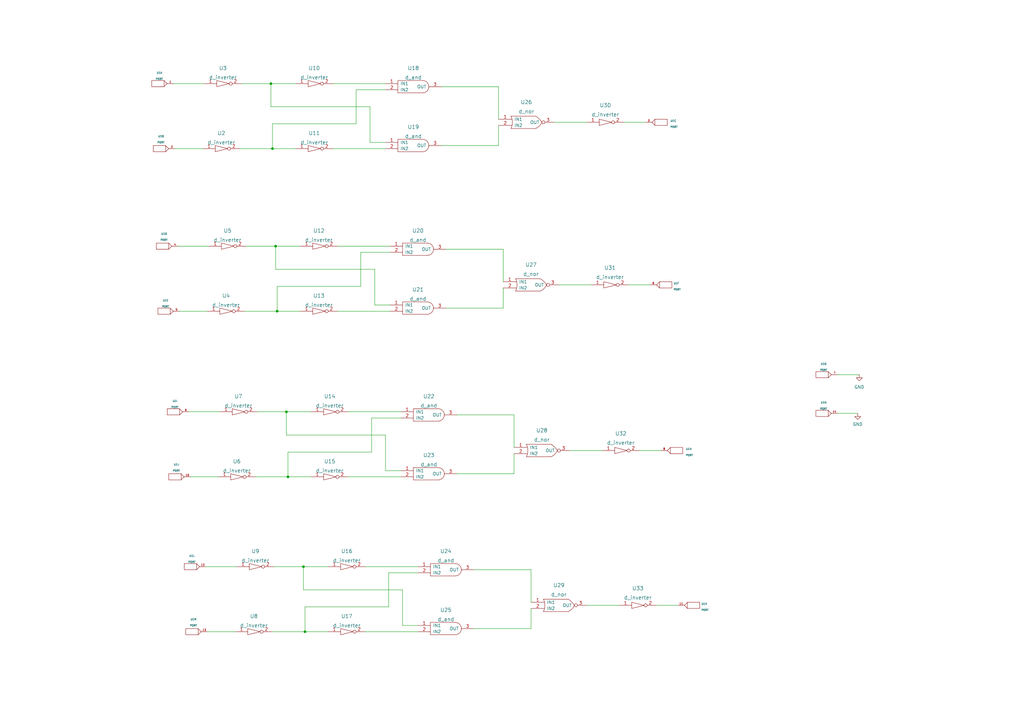
<source format=kicad_sch>
(kicad_sch (version 20211123) (generator eeschema)
  (paper "A3")
  (lib_symbols
    (symbol "eSim_Digital:d_and" (pin_names (offset 1.016))
      (property "Reference" "U" (at 0 0 0))
      (property "Value" "d_and" (at 1.27 2.54 0))
      (symbol "d_and_0_1"
        (polyline (pts (xy 3.81 -1.27) (xy -6.35 -1.27) (xy -6.35 3.81) (xy 3.81 3.81)))
        (arc (start 3.81 -1.27) (mid 5.5897 -0.5171) (end 6.35 1.27))
        (arc (start 6.35 1.27) (mid 5.5971 3.0497) (end 3.81 3.81))
      )
      (symbol "d_and_1_1"
        (pin input line (at -11.43 2.54 0) (length 5.08) (name "IN1") (number "1"))
        (pin input line (at -11.43 0 0) (length 5.08) (name "IN2") (number "2"))
        (pin output line (at 11.43 1.27 180) (length 5.08) (name "OUT") (number "3"))
      )
    )
    (symbol "eSim_Digital:d_inverter" (pin_names (offset 1.016))
      (property "Reference" "U" (at 0 -2.54 0))
      (property "Value" "d_inverter" (at 0 3.81 0))
      (symbol "d_inverter_0_1"
        (polyline (pts (xy -2.54 1.27) (xy -2.54 -1.27) (xy 2.54 0) (xy -2.54 1.27)))
      )
      (symbol "d_inverter_1_1"
        (pin input line (at -7.62 0 0) (length 5.08) (name "~") (number "1"))
        (pin output inverted (at 7.62 0 180) (length 5.08) (name "~") (number "2"))
      )
    )
    (symbol "eSim_Digital:d_nor" (pin_names (offset 1.016))
      (property "Reference" "U" (at 0 0 0))
      (property "Value" "d_nor" (at 1.27 2.54 0))
      (symbol "d_nor_0_1"
        (arc (start -6.35 -1.27) (mid -5.7504 1.27) (end -6.35 3.81))
        (polyline (pts (xy -6.35 -1.27) (xy 3.81 -1.27)))
        (polyline (pts (xy -6.35 3.81) (xy 3.81 3.81)))
        (arc (start 3.81 -1.27) (mid 5.3181 -0.2399) (end 6.35 1.27))
        (arc (start 6.35 1.27) (mid 5.2222 2.6828) (end 3.81 3.81))
      )
      (symbol "d_nor_1_1"
        (pin input line (at -11.43 2.54 0) (length 5.461) (name "IN1") (number "1"))
        (pin input line (at -11.43 0 0) (length 5.461) (name "IN2") (number "2"))
        (pin output inverted (at 11.43 1.27 180) (length 5.08) (name "OUT") (number "3"))
      )
    )
    (symbol "eSim_Miscellaneous:PORT" (pin_names (offset 1.016))
      (property "Reference" "U" (at 1.27 2.54 0))
      (property "Value" "PORT" (at 0 0 0))
      (symbol "PORT_0_1"
        (rectangle (start -2.54 1.27) (end 2.54 -1.27))
        (arc (start 2.54 1.27) (mid 3.1355 0.5955) (end 3.81 0))
        (arc (start 3.81 0) (mid 3.1447 -0.6046) (end 2.54 -1.27))
      )
      (symbol "PORT_1_1"
        (pin bidirectional line (at 6.35 0 180) (length 2.54) (name "~") (number "1"))
      )
      (symbol "PORT_2_1"
        (pin bidirectional line (at 6.35 0 180) (length 2.54) (name "~") (number "2"))
      )
      (symbol "PORT_3_1"
        (pin bidirectional line (at 6.35 0 180) (length 2.54) (name "~") (number "3"))
      )
      (symbol "PORT_4_1"
        (pin bidirectional line (at 6.35 0 180) (length 2.54) (name "~") (number "4"))
      )
      (symbol "PORT_5_1"
        (pin bidirectional line (at 6.35 0 180) (length 2.54) (name "~") (number "5"))
      )
      (symbol "PORT_6_1"
        (pin bidirectional line (at 6.35 0 180) (length 2.54) (name "~") (number "6"))
      )
      (symbol "PORT_7_1"
        (pin bidirectional line (at 6.35 0 180) (length 2.54) (name "~") (number "7"))
      )
      (symbol "PORT_8_1"
        (pin bidirectional line (at 6.35 0 180) (length 2.54) (name "~") (number "8"))
      )
      (symbol "PORT_9_1"
        (pin bidirectional line (at 6.35 0 180) (length 2.54) (name "~") (number "9"))
      )
      (symbol "PORT_10_1"
        (pin bidirectional line (at 6.35 0 180) (length 2.54) (name "~") (number "10"))
      )
      (symbol "PORT_11_1"
        (pin bidirectional line (at 6.35 0 180) (length 2.54) (name "~") (number "11"))
      )
      (symbol "PORT_12_1"
        (pin bidirectional line (at 6.35 0 180) (length 2.54) (name "~") (number "12"))
      )
      (symbol "PORT_13_1"
        (pin bidirectional line (at 6.35 0 180) (length 2.54) (name "~") (number "13"))
      )
      (symbol "PORT_14_1"
        (pin bidirectional line (at 6.35 0 180) (length 2.54) (name "~") (number "14"))
      )
      (symbol "PORT_15_1"
        (pin bidirectional line (at 6.35 0 180) (length 2.54) (name "~") (number "15"))
      )
      (symbol "PORT_16_1"
        (pin bidirectional line (at 6.35 0 180) (length 2.54) (name "~") (number "16"))
      )
      (symbol "PORT_17_1"
        (pin bidirectional line (at 6.35 0 180) (length 2.54) (name "~") (number "17"))
      )
      (symbol "PORT_18_1"
        (pin bidirectional line (at 6.35 0 180) (length 2.54) (name "~") (number "18"))
      )
      (symbol "PORT_19_1"
        (pin bidirectional line (at 6.35 0 180) (length 2.54) (name "~") (number "19"))
      )
      (symbol "PORT_20_1"
        (pin bidirectional line (at 6.35 0 180) (length 2.54) (name "~") (number "20"))
      )
      (symbol "PORT_21_1"
        (pin bidirectional line (at 6.35 0 180) (length 2.54) (name "~") (number "21"))
      )
      (symbol "PORT_22_1"
        (pin bidirectional line (at 6.35 0 180) (length 2.54) (name "~") (number "22"))
      )
      (symbol "PORT_23_1"
        (pin bidirectional line (at 6.35 0 180) (length 2.54) (name "~") (number "23"))
      )
      (symbol "PORT_24_1"
        (pin bidirectional line (at 6.35 0 180) (length 2.54) (name "~") (number "24"))
      )
      (symbol "PORT_25_1"
        (pin bidirectional line (at 6.35 0 180) (length 2.54) (name "~") (number "25"))
      )
      (symbol "PORT_26_1"
        (pin bidirectional line (at 6.35 0 180) (length 2.54) (name "~") (number "26"))
      )
    )
    (symbol "eSim_Power:eSim_GND" (power) (pin_names (offset 0))
      (property "Value" "eSim_GND" (at 0 -3.81 0))
      (symbol "eSim_GND_0_1"
        (polyline (pts (xy 0 0) (xy 0 -1.27) (xy 1.27 -1.27) (xy 0 -2.54) (xy -1.27 -1.27) (xy 0 -1.27)))
      )
      (symbol "eSim_GND_1_1"
        (pin power_in line (at 0 0 270) (length 0) hide (name "GND") (number "1"))
      )
    )
  )
  (junction (at 124.46 232.41))
  (junction (at 113.665 127.635))
  (junction (at 111.125 34.29))
  (junction (at 111.76 60.96))
  (junction (at 117.475 168.91))
  (junction (at 118.11 195.58))
  (junction (at 113.03 100.965))
  (junction (at 125.095 259.08))
  (wire (pts (xy 149.86 259.08) (xy 171.45 259.08)))
  (wire (pts (xy 138.43 100.965) (xy 160.02 100.965)))
  (wire (pts (xy 164.465 171.45) (xy 152.4 171.45)))
  (wire (pts (xy 210.82 194.31) (xy 210.82 186.055)))
  (wire (pts (xy 113.665 117.475) (xy 147.955 117.475)))
  (wire (pts (xy 99.06 34.29) (xy 111.125 34.29)))
  (wire (pts (xy 118.11 195.58) (xy 127.635 195.58)))
  (wire (pts (xy 111.76 50.8) (xy 111.76 60.96)))
  (wire (pts (xy 153.67 125.095) (xy 160.02 125.095)))
  (wire (pts (xy 180.975 59.69) (xy 204.47 59.69)))
  (wire (pts (xy 111.76 50.8) (xy 146.05 50.8)))
  (wire (pts (xy 78.105 195.58) (xy 89.535 195.58)))
  (wire (pts (xy 165.1 256.54) (xy 171.45 256.54)))
  (wire (pts (xy 262.255 184.785) (xy 271.145 184.785)))
  (wire (pts (xy 100.33 127.635) (xy 113.665 127.635)))
  (wire (pts (xy 111.76 60.96) (xy 121.285 60.96)))
  (wire (pts (xy 149.86 232.41) (xy 171.45 232.41)))
  (wire (pts (xy 113.03 110.49) (xy 153.67 110.49)))
  (wire (pts (xy 343.535 153.67) (xy 352.425 153.67)))
  (wire (pts (xy 125.095 248.92) (xy 125.095 259.08)))
  (wire (pts (xy 105.41 168.91) (xy 117.475 168.91)))
  (wire (pts (xy 158.115 36.83) (xy 146.05 36.83)))
  (wire (pts (xy 71.12 34.29) (xy 83.82 34.29)))
  (wire (pts (xy 171.45 234.95) (xy 159.385 234.95)))
  (wire (pts (xy 113.03 100.965) (xy 113.03 110.49)))
  (wire (pts (xy 118.11 185.42) (xy 152.4 185.42)))
  (wire (pts (xy 255.905 50.165) (xy 264.795 50.165)))
  (wire (pts (xy 151.765 58.42) (xy 158.115 58.42)))
  (wire (pts (xy 136.525 34.29) (xy 158.115 34.29)))
  (wire (pts (xy 84.455 232.41) (xy 97.155 232.41)))
  (wire (pts (xy 151.765 43.815) (xy 151.765 58.42)))
  (wire (pts (xy 182.88 126.365) (xy 206.375 126.365)))
  (wire (pts (xy 112.395 232.41) (xy 124.46 232.41)))
  (wire (pts (xy 187.325 194.31) (xy 210.82 194.31)))
  (wire (pts (xy 117.475 168.91) (xy 117.475 178.435)))
  (wire (pts (xy 257.81 116.84) (xy 266.7 116.84)))
  (wire (pts (xy 165.1 241.935) (xy 165.1 256.54)))
  (wire (pts (xy 85.09 259.08) (xy 96.52 259.08)))
  (wire (pts (xy 204.47 59.69) (xy 204.47 51.435)))
  (wire (pts (xy 77.47 168.91) (xy 90.17 168.91)))
  (wire (pts (xy 160.02 103.505) (xy 147.955 103.505)))
  (wire (pts (xy 111.125 34.29) (xy 121.285 34.29)))
  (wire (pts (xy 159.385 234.95) (xy 159.385 248.92)))
  (wire (pts (xy 117.475 168.91) (xy 127.635 168.91)))
  (wire (pts (xy 142.875 168.91) (xy 164.465 168.91)))
  (wire (pts (xy 73.66 127.635) (xy 85.09 127.635)))
  (wire (pts (xy 204.47 35.56) (xy 180.975 35.56)))
  (wire (pts (xy 104.775 195.58) (xy 118.11 195.58)))
  (wire (pts (xy 217.805 257.81) (xy 217.805 249.555)))
  (wire (pts (xy 142.875 195.58) (xy 164.465 195.58)))
  (wire (pts (xy 194.31 257.81) (xy 217.805 257.81)))
  (wire (pts (xy 158.115 178.435) (xy 158.115 193.04)))
  (wire (pts (xy 217.805 233.68) (xy 194.31 233.68)))
  (wire (pts (xy 138.43 127.635) (xy 160.02 127.635)))
  (wire (pts (xy 229.235 116.84) (xy 242.57 116.84)))
  (wire (pts (xy 146.05 36.83) (xy 146.05 50.8)))
  (wire (pts (xy 343.535 169.545) (xy 351.79 169.545)))
  (wire (pts (xy 124.46 232.41) (xy 134.62 232.41)))
  (wire (pts (xy 210.82 183.515) (xy 210.82 170.18)))
  (wire (pts (xy 113.665 117.475) (xy 113.665 127.635)))
  (wire (pts (xy 147.955 103.505) (xy 147.955 117.475)))
  (wire (pts (xy 136.525 60.96) (xy 158.115 60.96)))
  (wire (pts (xy 217.805 247.015) (xy 217.805 233.68)))
  (wire (pts (xy 118.11 185.42) (xy 118.11 195.58)))
  (wire (pts (xy 210.82 170.18) (xy 187.325 170.18)))
  (wire (pts (xy 206.375 102.235) (xy 182.88 102.235)))
  (wire (pts (xy 113.665 127.635) (xy 123.19 127.635)))
  (wire (pts (xy 227.33 50.165) (xy 240.665 50.165)))
  (wire (pts (xy 125.095 248.92) (xy 159.385 248.92)))
  (wire (pts (xy 158.115 193.04) (xy 164.465 193.04)))
  (wire (pts (xy 124.46 241.935) (xy 165.1 241.935)))
  (wire (pts (xy 111.76 259.08) (xy 125.095 259.08)))
  (wire (pts (xy 204.47 48.895) (xy 204.47 35.56)))
  (wire (pts (xy 152.4 171.45) (xy 152.4 185.42)))
  (wire (pts (xy 233.68 184.785) (xy 247.015 184.785)))
  (wire (pts (xy 153.67 110.49) (xy 153.67 125.095)))
  (wire (pts (xy 73.025 100.965) (xy 85.725 100.965)))
  (wire (pts (xy 124.46 232.41) (xy 124.46 241.935)))
  (wire (pts (xy 125.095 259.08) (xy 134.62 259.08)))
  (wire (pts (xy 269.24 248.285) (xy 278.13 248.285)))
  (wire (pts (xy 206.375 126.365) (xy 206.375 118.11)))
  (wire (pts (xy 240.665 248.285) (xy 254 248.285)))
  (wire (pts (xy 206.375 115.57) (xy 206.375 102.235)))
  (wire (pts (xy 100.965 100.965) (xy 113.03 100.965)))
  (wire (pts (xy 98.425 60.96) (xy 111.76 60.96)))
  (wire (pts (xy 117.475 178.435) (xy 158.115 178.435)))
  (wire (pts (xy 113.03 100.965) (xy 123.19 100.965)))
  (wire (pts (xy 71.755 60.96) (xy 83.185 60.96)))
  (wire (pts (xy 111.125 43.815) (xy 151.765 43.815)))
  (wire (pts (xy 111.125 34.29) (xy 111.125 43.815)))
  (symbol (lib_id "eSim_Miscellaneous:PORT") (at 71.12 168.91 0) (unit 9)
    (property "Reference" "U1" (at 71.755 164.465 0) (effects (font (size 0.762 0.762))))
    (property "Value" "PORT" (at 71.755 167.005 0) (effects (font (size 0.762 0.762))))
  )
  (symbol (lib_id "eSim_Digital:d_inverter") (at 91.44 34.29 0) (unit 1)
    (property "Reference" "U3" (at 91.44 27.94 0) (effects (font (size 1.524 1.524))))
    (property "Value" "d_inverter" (at 91.44 31.75 0) (effects (font (size 1.524 1.524))))
  )
  (symbol (lib_id "eSim_Miscellaneous:PORT") (at 273.05 116.84 0) (mirror y) (unit 6)
    (property "Reference" "U1" (at 276.225 116.205 0) (effects (font (size 0.762 0.762)) (justify right)))
    (property "Value" "PORT" (at 276.225 118.745 0) (effects (font (size 0.762 0.762)) (justify right)))
  )
  (symbol (lib_id "eSim_Digital:d_inverter") (at 90.805 60.96 0) (unit 1)
    (property "Reference" "U2" (at 90.805 54.61 0) (effects (font (size 1.524 1.524))))
    (property "Value" "d_inverter" (at 90.805 58.42 0) (effects (font (size 1.524 1.524))))
  )
  (symbol (lib_id "eSim_Miscellaneous:PORT") (at 277.495 184.785 0) (mirror y) (unit 8)
    (property "Reference" "U1" (at 281.305 184.15 0) (effects (font (size 0.762 0.762)) (justify right)))
    (property "Value" "PORT" (at 281.305 186.69 0) (effects (font (size 0.762 0.762)) (justify right)))
  )
  (symbol (lib_id "eSim_Miscellaneous:PORT") (at 66.675 100.965 0) (unit 4)
    (property "Reference" "U1" (at 67.31 95.885 0) (effects (font (size 0.762 0.762))))
    (property "Value" "PORT" (at 67.31 98.425 0) (effects (font (size 0.762 0.762))))
  )
  (symbol (lib_id "eSim_Digital:d_inverter") (at 135.255 195.58 0) (unit 1)
    (property "Reference" "U15" (at 135.255 189.23 0) (effects (font (size 1.524 1.524))))
    (property "Value" "d_inverter" (at 135.255 193.04 0) (effects (font (size 1.524 1.524))))
  )
  (symbol (lib_id "eSim_Digital:d_and") (at 169.545 36.83 0) (unit 1)
    (property "Reference" "U18" (at 169.545 27.94 0) (effects (font (size 1.524 1.524))))
    (property "Value" "d_and" (at 169.545 31.75 0) (effects (font (size 1.524 1.524))))
  )
  (symbol (lib_id "eSim_Digital:d_inverter") (at 104.14 259.08 0) (unit 1)
    (property "Reference" "U8" (at 104.14 252.73 0) (effects (font (size 1.524 1.524))))
    (property "Value" "d_inverter" (at 104.14 256.54 0) (effects (font (size 1.524 1.524))))
  )
  (symbol (lib_id "eSim_Digital:d_and") (at 182.88 259.08 0) (unit 1)
    (property "Reference" "U25" (at 182.88 250.19 0) (effects (font (size 1.524 1.524))))
    (property "Value" "d_and" (at 182.88 254 0) (effects (font (size 1.524 1.524))))
  )
  (symbol (lib_id "eSim_Miscellaneous:PORT") (at 271.145 50.165 0) (mirror y) (unit 3)
    (property "Reference" "U1" (at 274.955 49.53 0) (effects (font (size 0.762 0.762)) (justify right)))
    (property "Value" "PORT" (at 274.955 52.07 0) (effects (font (size 0.762 0.762)) (justify right)))
  )
  (symbol (lib_id "eSim_Digital:d_nor") (at 215.9 51.435 0) (unit 1)
    (property "Reference" "U26" (at 215.9 41.91 0) (effects (font (size 1.524 1.524))))
    (property "Value" "d_nor" (at 215.9 45.72 0) (effects (font (size 1.524 1.524))))
  )
  (symbol (lib_id "eSim_Miscellaneous:PORT") (at 67.31 127.635 0) (unit 5)
    (property "Reference" "U1" (at 67.945 123.19 0) (effects (font (size 0.762 0.762))))
    (property "Value" "PORT" (at 67.945 125.73 0) (effects (font (size 0.762 0.762))))
  )
  (symbol (lib_id "eSim_Digital:d_inverter") (at 248.285 50.165 0) (unit 1)
    (property "Reference" "U30" (at 248.285 43.18 0) (effects (font (size 1.524 1.524))))
    (property "Value" "d_inverter" (at 248.285 46.99 0) (effects (font (size 1.524 1.524))))
  )
  (symbol (lib_id "eSim_Miscellaneous:PORT") (at 64.77 34.29 0) (unit 1)
    (property "Reference" "U1" (at 65.405 29.845 0) (effects (font (size 0.762 0.762))))
    (property "Value" "PORT" (at 65.405 32.385 0) (effects (font (size 0.762 0.762))))
  )
  (symbol (lib_id "eSim_Digital:d_inverter") (at 261.62 248.285 0) (unit 1)
    (property "Reference" "U33" (at 261.62 241.3 0) (effects (font (size 1.524 1.524))))
    (property "Value" "d_inverter" (at 261.62 245.11 0) (effects (font (size 1.524 1.524))))
  )
  (symbol (lib_id "eSim_Digital:d_inverter") (at 97.155 195.58 0) (unit 1)
    (property "Reference" "U6" (at 97.155 189.23 0) (effects (font (size 1.524 1.524))))
    (property "Value" "d_inverter" (at 97.155 193.04 0) (effects (font (size 1.524 1.524))))
  )
  (symbol (lib_id "eSim_Miscellaneous:PORT") (at 78.105 232.41 0) (unit 12)
    (property "Reference" "U1" (at 78.74 227.965 0) (effects (font (size 0.762 0.762))))
    (property "Value" "PORT" (at 78.74 230.505 0) (effects (font (size 0.762 0.762))))
  )
  (symbol (lib_id "eSim_Digital:d_nor") (at 222.25 186.055 0) (unit 1)
    (property "Reference" "U28" (at 222.25 176.53 0) (effects (font (size 1.524 1.524))))
    (property "Value" "d_nor" (at 222.25 180.34 0) (effects (font (size 1.524 1.524))))
  )
  (symbol (lib_id "eSim_Digital:d_inverter") (at 142.24 232.41 0) (unit 1)
    (property "Reference" "U16" (at 142.24 226.06 0) (effects (font (size 1.524 1.524))))
    (property "Value" "d_inverter" (at 142.24 229.87 0) (effects (font (size 1.524 1.524))))
  )
  (symbol (lib_id "eSim_Digital:d_inverter") (at 135.255 168.91 0) (unit 1)
    (property "Reference" "U14" (at 135.255 162.56 0) (effects (font (size 1.524 1.524))))
    (property "Value" "d_inverter" (at 135.255 166.37 0) (effects (font (size 1.524 1.524))))
  )
  (symbol (lib_id "eSim_Digital:d_inverter") (at 130.81 127.635 0) (unit 1)
    (property "Reference" "U13" (at 130.81 121.285 0) (effects (font (size 1.524 1.524))))
    (property "Value" "d_inverter" (at 130.81 125.095 0) (effects (font (size 1.524 1.524))))
  )
  (symbol (lib_id "eSim_Digital:d_nor") (at 229.235 249.555 0) (unit 1)
    (property "Reference" "U29" (at 229.235 240.03 0) (effects (font (size 1.524 1.524))))
    (property "Value" "d_nor" (at 229.235 243.84 0) (effects (font (size 1.524 1.524))))
  )
  (symbol (lib_id "eSim_Digital:d_inverter") (at 104.775 232.41 0) (unit 1)
    (property "Reference" "U9" (at 104.775 226.06 0) (effects (font (size 1.524 1.524))))
    (property "Value" "d_inverter" (at 104.775 229.87 0) (effects (font (size 1.524 1.524))))
  )
  (symbol (lib_id "eSim_Digital:d_inverter") (at 250.19 116.84 0) (unit 1)
    (property "Reference" "U31" (at 250.19 109.855 0) (effects (font (size 1.524 1.524))))
    (property "Value" "d_inverter" (at 250.19 113.665 0) (effects (font (size 1.524 1.524))))
  )
  (symbol (lib_id "eSim_Digital:d_inverter") (at 254.635 184.785 0) (unit 1)
    (property "Reference" "U32" (at 254.635 177.8 0) (effects (font (size 1.524 1.524))))
    (property "Value" "d_inverter" (at 254.635 181.61 0) (effects (font (size 1.524 1.524))))
  )
  (symbol (lib_id "eSim_Digital:d_inverter") (at 97.79 168.91 0) (unit 1)
    (property "Reference" "U7" (at 97.79 162.56 0) (effects (font (size 1.524 1.524))))
    (property "Value" "d_inverter" (at 97.79 166.37 0) (effects (font (size 1.524 1.524))))
  )
  (symbol (lib_id "eSim_Digital:d_and") (at 175.895 171.45 0) (unit 1)
    (property "Reference" "U22" (at 175.895 162.56 0) (effects (font (size 1.524 1.524))))
    (property "Value" "d_and" (at 175.895 166.37 0) (effects (font (size 1.524 1.524))))
  )
  (symbol (lib_id "eSim_Digital:d_inverter") (at 128.905 60.96 0) (unit 1)
    (property "Reference" "U11" (at 128.905 54.61 0) (effects (font (size 1.524 1.524))))
    (property "Value" "d_inverter" (at 128.905 58.42 0) (effects (font (size 1.524 1.524))))
  )
  (symbol (lib_id "eSim_Power:eSim_GND") (at 352.425 153.67 0) (unit 1)
    (property "Reference" "#PWR02" (effects hide))
    (property "Value" "eSim_GND" (at 352.425 158.75 0))
  )
  (symbol (lib_id "eSim_Digital:d_inverter") (at 93.345 100.965 0) (unit 1)
    (property "Reference" "U5" (at 93.345 94.615 0) (effects (font (size 1.524 1.524))))
    (property "Value" "d_inverter" (at 93.345 98.425 0) (effects (font (size 1.524 1.524))))
  )
  (symbol (lib_id "eSim_Digital:d_and") (at 175.895 195.58 0) (unit 1)
    (property "Reference" "U23" (at 175.895 186.69 0) (effects (font (size 1.524 1.524))))
    (property "Value" "d_and" (at 175.895 190.5 0) (effects (font (size 1.524 1.524))))
  )
  (symbol (lib_id "eSim_Digital:d_inverter") (at 92.71 127.635 0) (unit 1)
    (property "Reference" "U4" (at 92.71 121.285 0) (effects (font (size 1.524 1.524))))
    (property "Value" "d_inverter" (at 92.71 125.095 0) (effects (font (size 1.524 1.524))))
  )
  (symbol (lib_id "eSim_Miscellaneous:PORT") (at 337.185 169.545 0) (unit 14)
    (property "Reference" "U1" (at 337.82 165.1 0) (effects (font (size 0.762 0.762))))
    (property "Value" "PORT" (at 337.82 167.64 0) (effects (font (size 0.762 0.762))))
  )
  (symbol (lib_id "eSim_Digital:d_and") (at 171.45 127.635 0) (unit 1)
    (property "Reference" "U21" (at 171.45 118.745 0) (effects (font (size 1.524 1.524))))
    (property "Value" "d_and" (at 171.45 122.555 0) (effects (font (size 1.524 1.524))))
  )
  (symbol (lib_id "eSim_Miscellaneous:PORT") (at 337.185 153.67 0) (unit 7)
    (property "Reference" "U1" (at 337.82 149.225 0) (effects (font (size 0.762 0.762))))
    (property "Value" "PORT" (at 337.82 151.765 0) (effects (font (size 0.762 0.762))))
  )
  (symbol (lib_id "eSim_Miscellaneous:PORT") (at 65.405 60.96 0) (unit 2)
    (property "Reference" "U1" (at 66.04 55.88 0) (effects (font (size 0.762 0.762))))
    (property "Value" "PORT" (at 66.04 58.42 0) (effects (font (size 0.762 0.762))))
  )
  (symbol (lib_id "eSim_Power:eSim_GND") (at 351.79 169.545 0) (unit 1)
    (property "Reference" "#PWR01" (effects hide))
    (property "Value" "eSim_GND" (at 351.79 173.99 0))
  )
  (symbol (lib_id "eSim_Digital:d_and") (at 169.545 60.96 0) (unit 1)
    (property "Reference" "U19" (at 169.545 52.07 0) (effects (font (size 1.524 1.524))))
    (property "Value" "d_and" (at 169.545 55.88 0) (effects (font (size 1.524 1.524))))
  )
  (symbol (lib_id "eSim_Miscellaneous:PORT") (at 284.48 248.285 0) (mirror y) (unit 11)
    (property "Reference" "U1" (at 287.655 247.65 0) (effects (font (size 0.762 0.762)) (justify right)))
    (property "Value" "PORT" (at 287.655 250.19 0) (effects (font (size 0.762 0.762)) (justify right)))
  )
  (symbol (lib_id "eSim_Miscellaneous:PORT") (at 71.755 195.58 0) (unit 10)
    (property "Reference" "U1" (at 72.39 190.5 0) (effects (font (size 0.762 0.762))))
    (property "Value" "PORT" (at 72.39 193.04 0) (effects (font (size 0.762 0.762))))
  )
  (symbol (lib_id "eSim_Digital:d_nor") (at 217.805 118.11 0) (unit 1)
    (property "Reference" "U27" (at 217.805 108.585 0) (effects (font (size 1.524 1.524))))
    (property "Value" "d_nor" (at 217.805 112.395 0) (effects (font (size 1.524 1.524))))
  )
  (symbol (lib_id "eSim_Digital:d_and") (at 182.88 234.95 0) (unit 1)
    (property "Reference" "U24" (at 182.88 226.06 0) (effects (font (size 1.524 1.524))))
    (property "Value" "d_and" (at 182.88 229.87 0) (effects (font (size 1.524 1.524))))
  )
  (symbol (lib_id "eSim_Digital:d_inverter") (at 142.24 259.08 0) (unit 1)
    (property "Reference" "U17" (at 142.24 252.73 0) (effects (font (size 1.524 1.524))))
    (property "Value" "d_inverter" (at 142.24 256.54 0) (effects (font (size 1.524 1.524))))
  )
  (symbol (lib_id "eSim_Miscellaneous:PORT") (at 78.74 259.08 0) (unit 13)
    (property "Reference" "U1" (at 79.375 254 0) (effects (font (size 0.762 0.762))))
    (property "Value" "PORT" (at 79.375 256.54 0) (effects (font (size 0.762 0.762))))
  )
  (symbol (lib_id "eSim_Digital:d_inverter") (at 130.81 100.965 0) (unit 1)
    (property "Reference" "U12" (at 130.81 94.615 0) (effects (font (size 1.524 1.524))))
    (property "Value" "d_inverter" (at 130.81 98.425 0) (effects (font (size 1.524 1.524))))
  )
  (symbol (lib_id "eSim_Digital:d_and") (at 171.45 103.505 0) (unit 1)
    (property "Reference" "U20" (at 171.45 94.615 0) (effects (font (size 1.524 1.524))))
    (property "Value" "d_and" (at 171.45 98.425 0) (effects (font (size 1.524 1.524))))
  )
  (symbol (lib_id "eSim_Digital:d_inverter") (at 128.905 34.29 0) (unit 1)
    (property "Reference" "U10" (at 128.905 27.94 0) (effects (font (size 1.524 1.524))))
    (property "Value" "d_inverter" (at 128.905 31.75 0) (effects (font (size 1.524 1.524))))
  )
)
</source>
